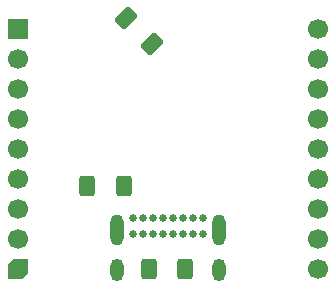
<source format=gbr>
%TF.GenerationSoftware,KiCad,Pcbnew,8.0.4*%
%TF.CreationDate,2024-07-28T04:47:57-04:00*%
%TF.ProjectId,esp32-c3-wroom-socket,65737033-322d-4633-932d-77726f6f6d2d,rev?*%
%TF.SameCoordinates,Original*%
%TF.FileFunction,Soldermask,Bot*%
%TF.FilePolarity,Negative*%
%FSLAX46Y46*%
G04 Gerber Fmt 4.6, Leading zero omitted, Abs format (unit mm)*
G04 Created by KiCad (PCBNEW 8.0.4) date 2024-07-28 04:47:57*
%MOMM*%
%LPD*%
G01*
G04 APERTURE LIST*
G04 Aperture macros list*
%AMRoundRect*
0 Rectangle with rounded corners*
0 $1 Rounding radius*
0 $2 $3 $4 $5 $6 $7 $8 $9 X,Y pos of 4 corners*
0 Add a 4 corners polygon primitive as box body*
4,1,4,$2,$3,$4,$5,$6,$7,$8,$9,$2,$3,0*
0 Add four circle primitives for the rounded corners*
1,1,$1+$1,$2,$3*
1,1,$1+$1,$4,$5*
1,1,$1+$1,$6,$7*
1,1,$1+$1,$8,$9*
0 Add four rect primitives between the rounded corners*
20,1,$1+$1,$2,$3,$4,$5,0*
20,1,$1+$1,$4,$5,$6,$7,0*
20,1,$1+$1,$6,$7,$8,$9,0*
20,1,$1+$1,$8,$9,$2,$3,0*%
%AMOutline5P*
0 Free polygon, 5 corners , with rotation*
0 The origin of the aperture is its center*
0 number of corners: always 5*
0 $1 to $10 corner X, Y*
0 $11 Rotation angle, in degrees counterclockwise*
0 create outline with 5 corners*
4,1,5,$1,$2,$3,$4,$5,$6,$7,$8,$9,$10,$1,$2,$11*%
%AMOutline6P*
0 Free polygon, 6 corners , with rotation*
0 The origin of the aperture is its center*
0 number of corners: always 6*
0 $1 to $12 corner X, Y*
0 $13 Rotation angle, in degrees counterclockwise*
0 create outline with 6 corners*
4,1,6,$1,$2,$3,$4,$5,$6,$7,$8,$9,$10,$11,$12,$1,$2,$13*%
%AMOutline7P*
0 Free polygon, 7 corners , with rotation*
0 The origin of the aperture is its center*
0 number of corners: always 7*
0 $1 to $14 corner X, Y*
0 $15 Rotation angle, in degrees counterclockwise*
0 create outline with 7 corners*
4,1,7,$1,$2,$3,$4,$5,$6,$7,$8,$9,$10,$11,$12,$13,$14,$1,$2,$15*%
%AMOutline8P*
0 Free polygon, 8 corners , with rotation*
0 The origin of the aperture is its center*
0 number of corners: always 8*
0 $1 to $16 corner X, Y*
0 $17 Rotation angle, in degrees counterclockwise*
0 create outline with 8 corners*
4,1,8,$1,$2,$3,$4,$5,$6,$7,$8,$9,$10,$11,$12,$13,$14,$15,$16,$1,$2,$17*%
G04 Aperture macros list end*
%ADD10RoundRect,0.250000X-0.400000X-0.625000X0.400000X-0.625000X0.400000X0.625000X-0.400000X0.625000X0*%
%ADD11R,1.700000X1.700000*%
%ADD12C,1.700000*%
%ADD13Outline6P,-0.850000X0.340000X-0.340000X0.850000X0.850000X0.850000X0.850000X-0.340000X0.340000X-0.850000X-0.850000X-0.850000X0.000000*%
%ADD14RoundRect,0.250000X-0.724784X-0.159099X-0.159099X-0.724784X0.724784X0.159099X0.159099X0.724784X0*%
%ADD15C,0.660400*%
%ADD16O,1.117600X1.905000*%
%ADD17O,1.117600X2.616200*%
G04 APERTURE END LIST*
D10*
%TO.C,R3*%
X118450000Y-72500000D03*
X121550000Y-72500000D03*
%TD*%
%TO.C,R2*%
X123650000Y-79500000D03*
X126750000Y-79500000D03*
%TD*%
D11*
%TO.C,U1*%
X112600000Y-59180000D03*
D12*
X112600000Y-61720000D03*
X112600000Y-64260000D03*
X112600000Y-66800000D03*
X112600000Y-69340000D03*
X112600000Y-71880000D03*
X112600000Y-74420000D03*
X112600000Y-76960000D03*
D13*
X112600000Y-79500000D03*
D12*
X138000000Y-79500000D03*
X138000000Y-76960000D03*
X138000000Y-74420000D03*
X138000000Y-71880000D03*
X138000000Y-69340000D03*
X138000000Y-66800000D03*
X138000000Y-64260000D03*
X138000000Y-61720000D03*
X138000000Y-59180000D03*
%TD*%
D14*
%TO.C,R1*%
X121753984Y-58303984D03*
X123946016Y-60496016D03*
%TD*%
D15*
%TO.C,J1*%
X122314444Y-75232435D03*
X123164445Y-75232435D03*
X124014443Y-75232435D03*
X124864444Y-75232435D03*
X125714445Y-75232435D03*
X126564446Y-75232435D03*
X127414444Y-75232435D03*
X128264445Y-75232435D03*
X128264445Y-76582435D03*
X127414444Y-76582435D03*
X126564446Y-76582435D03*
X125714445Y-76582435D03*
X124864444Y-76582435D03*
X124014443Y-76582435D03*
X123164445Y-76582435D03*
X122314444Y-76582435D03*
D16*
X120964459Y-79597435D03*
X129614429Y-79597435D03*
D17*
X120964444Y-76212436D03*
X129614429Y-76212435D03*
%TD*%
M02*

</source>
